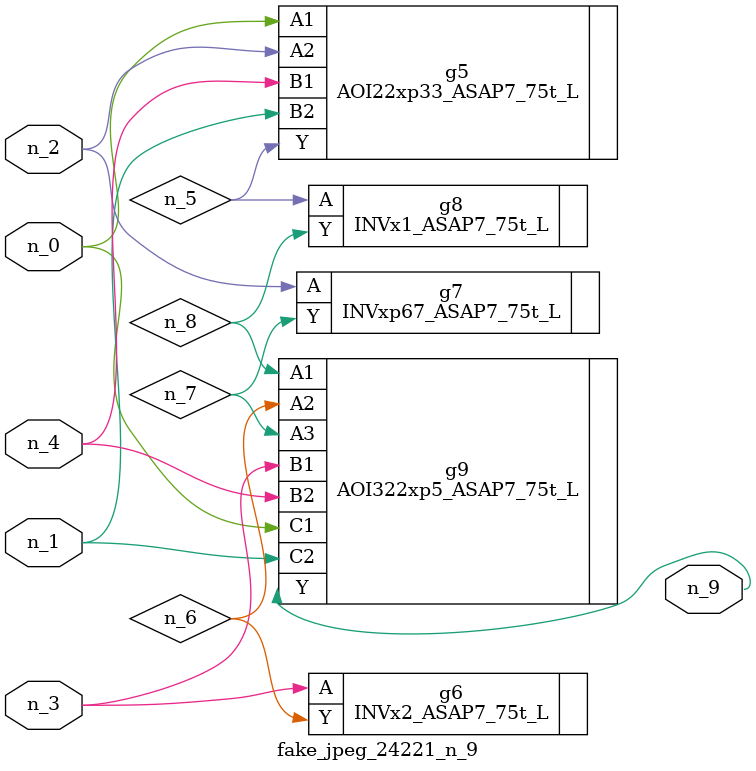
<source format=v>
module fake_jpeg_24221_n_9 (n_3, n_2, n_1, n_0, n_4, n_9);

input n_3;
input n_2;
input n_1;
input n_0;
input n_4;

output n_9;

wire n_8;
wire n_6;
wire n_5;
wire n_7;

AOI22xp33_ASAP7_75t_L g5 ( 
.A1(n_0),
.A2(n_2),
.B1(n_4),
.B2(n_1),
.Y(n_5)
);

INVx2_ASAP7_75t_L g6 ( 
.A(n_3),
.Y(n_6)
);

INVxp67_ASAP7_75t_L g7 ( 
.A(n_2),
.Y(n_7)
);

INVx1_ASAP7_75t_L g8 ( 
.A(n_5),
.Y(n_8)
);

AOI322xp5_ASAP7_75t_L g9 ( 
.A1(n_8),
.A2(n_6),
.A3(n_7),
.B1(n_3),
.B2(n_4),
.C1(n_0),
.C2(n_1),
.Y(n_9)
);


endmodule
</source>
